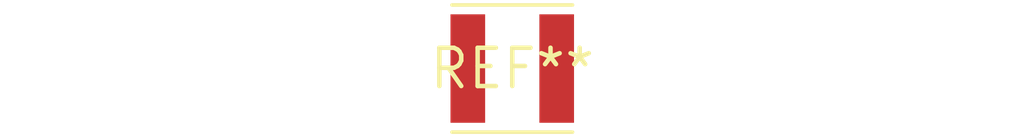
<source format=kicad_pcb>
(kicad_pcb (version 20240108) (generator pcbnew)
  (layers (0 "F.Cu" signal) (31 "B.Cu" signal) (34 "B.Paste" user) (35 "F.Paste" user) (36 "B.SilkS" user "B.Silkscreen") (37 "F.SilkS" user "F.Silkscreen") (38 "B.Mask" user) (39 "F.Mask" user) (44 "Edge.Cuts" user))
  (net 0 "")
  (footprint "L_Vishay_IFSC-1515AH_4x4x1.8mm" (layer "F.Cu") (at 0 0)
    (property "Reference" "REF**")
    (property "Value" "L_Vishay_IFSC-1515AH_4x4x1.8mm")
    (fp_line (start -2 -2.11) (end 2 -2.11) (layer "F.SilkS") (stroke (width 0.12)))
    (fp_line (start 2 2.11) (end -2 2.11) (layer "F.SilkS") (stroke (width 0.12)))
    (pad "1" smd rect (at -1.475 0) (size 1.15 3.6) (layers "F.Cu" "F.Paste" "F.Mask"))
    (pad "2" smd rect (at 1.475 0) (size 1.15 3.6) (layers "F.Cu" "F.Paste" "F.Mask"))
  )
)
</source>
